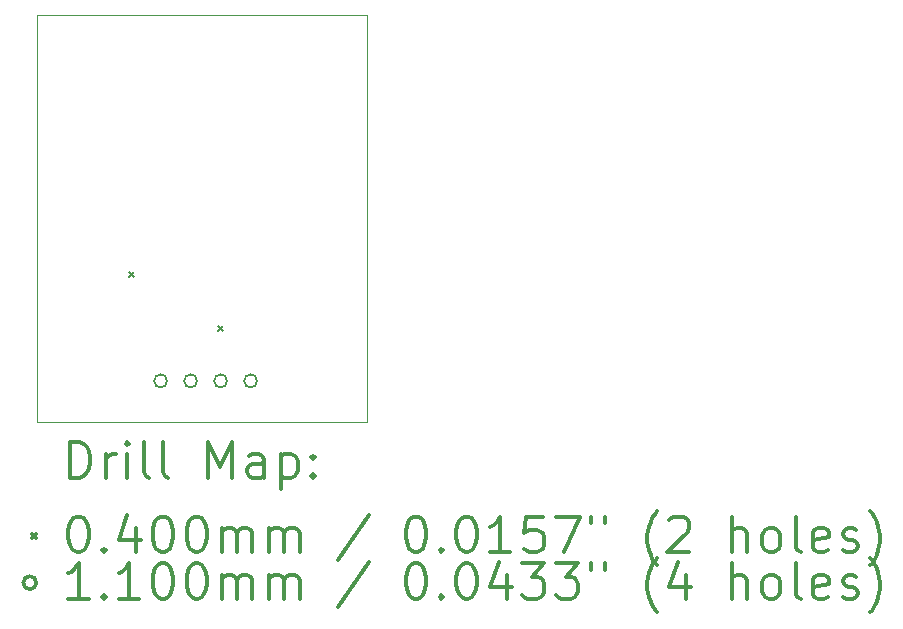
<source format=gbr>
%FSLAX45Y45*%
G04 Gerber Fmt 4.5, Leading zero omitted, Abs format (unit mm)*
G04 Created by KiCad (PCBNEW (5.1.12)-1) date 2022-08-18 11:38:49*
%MOMM*%
%LPD*%
G01*
G04 APERTURE LIST*
%TA.AperFunction,Profile*%
%ADD10C,0.050000*%
%TD*%
%ADD11C,0.200000*%
%ADD12C,0.300000*%
G04 APERTURE END LIST*
D10*
X8950000Y-8350000D02*
X11750000Y-8350000D01*
X8950000Y-4900000D02*
X8950000Y-8350000D01*
X11750000Y-4900000D02*
X8950000Y-4900000D01*
X11750000Y-8350000D02*
X11750000Y-4900000D01*
D11*
X9731265Y-7078733D02*
X9771265Y-7118733D01*
X9771265Y-7078733D02*
X9731265Y-7118733D01*
X10488000Y-7538000D02*
X10528000Y-7578000D01*
X10528000Y-7538000D02*
X10488000Y-7578000D01*
X10055000Y-8000000D02*
G75*
G03*
X10055000Y-8000000I-55000J0D01*
G01*
X10309000Y-8000000D02*
G75*
G03*
X10309000Y-8000000I-55000J0D01*
G01*
X10563000Y-8000000D02*
G75*
G03*
X10563000Y-8000000I-55000J0D01*
G01*
X10817000Y-8000000D02*
G75*
G03*
X10817000Y-8000000I-55000J0D01*
G01*
D12*
X9233928Y-8818214D02*
X9233928Y-8518214D01*
X9305357Y-8518214D01*
X9348214Y-8532500D01*
X9376786Y-8561072D01*
X9391071Y-8589643D01*
X9405357Y-8646786D01*
X9405357Y-8689643D01*
X9391071Y-8746786D01*
X9376786Y-8775357D01*
X9348214Y-8803929D01*
X9305357Y-8818214D01*
X9233928Y-8818214D01*
X9533928Y-8818214D02*
X9533928Y-8618214D01*
X9533928Y-8675357D02*
X9548214Y-8646786D01*
X9562500Y-8632500D01*
X9591071Y-8618214D01*
X9619643Y-8618214D01*
X9719643Y-8818214D02*
X9719643Y-8618214D01*
X9719643Y-8518214D02*
X9705357Y-8532500D01*
X9719643Y-8546786D01*
X9733928Y-8532500D01*
X9719643Y-8518214D01*
X9719643Y-8546786D01*
X9905357Y-8818214D02*
X9876786Y-8803929D01*
X9862500Y-8775357D01*
X9862500Y-8518214D01*
X10062500Y-8818214D02*
X10033928Y-8803929D01*
X10019643Y-8775357D01*
X10019643Y-8518214D01*
X10405357Y-8818214D02*
X10405357Y-8518214D01*
X10505357Y-8732500D01*
X10605357Y-8518214D01*
X10605357Y-8818214D01*
X10876786Y-8818214D02*
X10876786Y-8661072D01*
X10862500Y-8632500D01*
X10833928Y-8618214D01*
X10776786Y-8618214D01*
X10748214Y-8632500D01*
X10876786Y-8803929D02*
X10848214Y-8818214D01*
X10776786Y-8818214D01*
X10748214Y-8803929D01*
X10733928Y-8775357D01*
X10733928Y-8746786D01*
X10748214Y-8718214D01*
X10776786Y-8703929D01*
X10848214Y-8703929D01*
X10876786Y-8689643D01*
X11019643Y-8618214D02*
X11019643Y-8918214D01*
X11019643Y-8632500D02*
X11048214Y-8618214D01*
X11105357Y-8618214D01*
X11133928Y-8632500D01*
X11148214Y-8646786D01*
X11162500Y-8675357D01*
X11162500Y-8761072D01*
X11148214Y-8789643D01*
X11133928Y-8803929D01*
X11105357Y-8818214D01*
X11048214Y-8818214D01*
X11019643Y-8803929D01*
X11291071Y-8789643D02*
X11305357Y-8803929D01*
X11291071Y-8818214D01*
X11276786Y-8803929D01*
X11291071Y-8789643D01*
X11291071Y-8818214D01*
X11291071Y-8632500D02*
X11305357Y-8646786D01*
X11291071Y-8661072D01*
X11276786Y-8646786D01*
X11291071Y-8632500D01*
X11291071Y-8661072D01*
X8907500Y-9292500D02*
X8947500Y-9332500D01*
X8947500Y-9292500D02*
X8907500Y-9332500D01*
X9291071Y-9148214D02*
X9319643Y-9148214D01*
X9348214Y-9162500D01*
X9362500Y-9176786D01*
X9376786Y-9205357D01*
X9391071Y-9262500D01*
X9391071Y-9333929D01*
X9376786Y-9391072D01*
X9362500Y-9419643D01*
X9348214Y-9433929D01*
X9319643Y-9448214D01*
X9291071Y-9448214D01*
X9262500Y-9433929D01*
X9248214Y-9419643D01*
X9233928Y-9391072D01*
X9219643Y-9333929D01*
X9219643Y-9262500D01*
X9233928Y-9205357D01*
X9248214Y-9176786D01*
X9262500Y-9162500D01*
X9291071Y-9148214D01*
X9519643Y-9419643D02*
X9533928Y-9433929D01*
X9519643Y-9448214D01*
X9505357Y-9433929D01*
X9519643Y-9419643D01*
X9519643Y-9448214D01*
X9791071Y-9248214D02*
X9791071Y-9448214D01*
X9719643Y-9133929D02*
X9648214Y-9348214D01*
X9833928Y-9348214D01*
X10005357Y-9148214D02*
X10033928Y-9148214D01*
X10062500Y-9162500D01*
X10076786Y-9176786D01*
X10091071Y-9205357D01*
X10105357Y-9262500D01*
X10105357Y-9333929D01*
X10091071Y-9391072D01*
X10076786Y-9419643D01*
X10062500Y-9433929D01*
X10033928Y-9448214D01*
X10005357Y-9448214D01*
X9976786Y-9433929D01*
X9962500Y-9419643D01*
X9948214Y-9391072D01*
X9933928Y-9333929D01*
X9933928Y-9262500D01*
X9948214Y-9205357D01*
X9962500Y-9176786D01*
X9976786Y-9162500D01*
X10005357Y-9148214D01*
X10291071Y-9148214D02*
X10319643Y-9148214D01*
X10348214Y-9162500D01*
X10362500Y-9176786D01*
X10376786Y-9205357D01*
X10391071Y-9262500D01*
X10391071Y-9333929D01*
X10376786Y-9391072D01*
X10362500Y-9419643D01*
X10348214Y-9433929D01*
X10319643Y-9448214D01*
X10291071Y-9448214D01*
X10262500Y-9433929D01*
X10248214Y-9419643D01*
X10233928Y-9391072D01*
X10219643Y-9333929D01*
X10219643Y-9262500D01*
X10233928Y-9205357D01*
X10248214Y-9176786D01*
X10262500Y-9162500D01*
X10291071Y-9148214D01*
X10519643Y-9448214D02*
X10519643Y-9248214D01*
X10519643Y-9276786D02*
X10533928Y-9262500D01*
X10562500Y-9248214D01*
X10605357Y-9248214D01*
X10633928Y-9262500D01*
X10648214Y-9291072D01*
X10648214Y-9448214D01*
X10648214Y-9291072D02*
X10662500Y-9262500D01*
X10691071Y-9248214D01*
X10733928Y-9248214D01*
X10762500Y-9262500D01*
X10776786Y-9291072D01*
X10776786Y-9448214D01*
X10919643Y-9448214D02*
X10919643Y-9248214D01*
X10919643Y-9276786D02*
X10933928Y-9262500D01*
X10962500Y-9248214D01*
X11005357Y-9248214D01*
X11033928Y-9262500D01*
X11048214Y-9291072D01*
X11048214Y-9448214D01*
X11048214Y-9291072D02*
X11062500Y-9262500D01*
X11091071Y-9248214D01*
X11133928Y-9248214D01*
X11162500Y-9262500D01*
X11176786Y-9291072D01*
X11176786Y-9448214D01*
X11762500Y-9133929D02*
X11505357Y-9519643D01*
X12148214Y-9148214D02*
X12176786Y-9148214D01*
X12205357Y-9162500D01*
X12219643Y-9176786D01*
X12233928Y-9205357D01*
X12248214Y-9262500D01*
X12248214Y-9333929D01*
X12233928Y-9391072D01*
X12219643Y-9419643D01*
X12205357Y-9433929D01*
X12176786Y-9448214D01*
X12148214Y-9448214D01*
X12119643Y-9433929D01*
X12105357Y-9419643D01*
X12091071Y-9391072D01*
X12076786Y-9333929D01*
X12076786Y-9262500D01*
X12091071Y-9205357D01*
X12105357Y-9176786D01*
X12119643Y-9162500D01*
X12148214Y-9148214D01*
X12376786Y-9419643D02*
X12391071Y-9433929D01*
X12376786Y-9448214D01*
X12362500Y-9433929D01*
X12376786Y-9419643D01*
X12376786Y-9448214D01*
X12576786Y-9148214D02*
X12605357Y-9148214D01*
X12633928Y-9162500D01*
X12648214Y-9176786D01*
X12662500Y-9205357D01*
X12676786Y-9262500D01*
X12676786Y-9333929D01*
X12662500Y-9391072D01*
X12648214Y-9419643D01*
X12633928Y-9433929D01*
X12605357Y-9448214D01*
X12576786Y-9448214D01*
X12548214Y-9433929D01*
X12533928Y-9419643D01*
X12519643Y-9391072D01*
X12505357Y-9333929D01*
X12505357Y-9262500D01*
X12519643Y-9205357D01*
X12533928Y-9176786D01*
X12548214Y-9162500D01*
X12576786Y-9148214D01*
X12962500Y-9448214D02*
X12791071Y-9448214D01*
X12876786Y-9448214D02*
X12876786Y-9148214D01*
X12848214Y-9191072D01*
X12819643Y-9219643D01*
X12791071Y-9233929D01*
X13233928Y-9148214D02*
X13091071Y-9148214D01*
X13076786Y-9291072D01*
X13091071Y-9276786D01*
X13119643Y-9262500D01*
X13191071Y-9262500D01*
X13219643Y-9276786D01*
X13233928Y-9291072D01*
X13248214Y-9319643D01*
X13248214Y-9391072D01*
X13233928Y-9419643D01*
X13219643Y-9433929D01*
X13191071Y-9448214D01*
X13119643Y-9448214D01*
X13091071Y-9433929D01*
X13076786Y-9419643D01*
X13348214Y-9148214D02*
X13548214Y-9148214D01*
X13419643Y-9448214D01*
X13648214Y-9148214D02*
X13648214Y-9205357D01*
X13762500Y-9148214D02*
X13762500Y-9205357D01*
X14205357Y-9562500D02*
X14191071Y-9548214D01*
X14162500Y-9505357D01*
X14148214Y-9476786D01*
X14133928Y-9433929D01*
X14119643Y-9362500D01*
X14119643Y-9305357D01*
X14133928Y-9233929D01*
X14148214Y-9191072D01*
X14162500Y-9162500D01*
X14191071Y-9119643D01*
X14205357Y-9105357D01*
X14305357Y-9176786D02*
X14319643Y-9162500D01*
X14348214Y-9148214D01*
X14419643Y-9148214D01*
X14448214Y-9162500D01*
X14462500Y-9176786D01*
X14476786Y-9205357D01*
X14476786Y-9233929D01*
X14462500Y-9276786D01*
X14291071Y-9448214D01*
X14476786Y-9448214D01*
X14833928Y-9448214D02*
X14833928Y-9148214D01*
X14962500Y-9448214D02*
X14962500Y-9291072D01*
X14948214Y-9262500D01*
X14919643Y-9248214D01*
X14876786Y-9248214D01*
X14848214Y-9262500D01*
X14833928Y-9276786D01*
X15148214Y-9448214D02*
X15119643Y-9433929D01*
X15105357Y-9419643D01*
X15091071Y-9391072D01*
X15091071Y-9305357D01*
X15105357Y-9276786D01*
X15119643Y-9262500D01*
X15148214Y-9248214D01*
X15191071Y-9248214D01*
X15219643Y-9262500D01*
X15233928Y-9276786D01*
X15248214Y-9305357D01*
X15248214Y-9391072D01*
X15233928Y-9419643D01*
X15219643Y-9433929D01*
X15191071Y-9448214D01*
X15148214Y-9448214D01*
X15419643Y-9448214D02*
X15391071Y-9433929D01*
X15376786Y-9405357D01*
X15376786Y-9148214D01*
X15648214Y-9433929D02*
X15619643Y-9448214D01*
X15562500Y-9448214D01*
X15533928Y-9433929D01*
X15519643Y-9405357D01*
X15519643Y-9291072D01*
X15533928Y-9262500D01*
X15562500Y-9248214D01*
X15619643Y-9248214D01*
X15648214Y-9262500D01*
X15662500Y-9291072D01*
X15662500Y-9319643D01*
X15519643Y-9348214D01*
X15776786Y-9433929D02*
X15805357Y-9448214D01*
X15862500Y-9448214D01*
X15891071Y-9433929D01*
X15905357Y-9405357D01*
X15905357Y-9391072D01*
X15891071Y-9362500D01*
X15862500Y-9348214D01*
X15819643Y-9348214D01*
X15791071Y-9333929D01*
X15776786Y-9305357D01*
X15776786Y-9291072D01*
X15791071Y-9262500D01*
X15819643Y-9248214D01*
X15862500Y-9248214D01*
X15891071Y-9262500D01*
X16005357Y-9562500D02*
X16019643Y-9548214D01*
X16048214Y-9505357D01*
X16062500Y-9476786D01*
X16076786Y-9433929D01*
X16091071Y-9362500D01*
X16091071Y-9305357D01*
X16076786Y-9233929D01*
X16062500Y-9191072D01*
X16048214Y-9162500D01*
X16019643Y-9119643D01*
X16005357Y-9105357D01*
X8947500Y-9708500D02*
G75*
G03*
X8947500Y-9708500I-55000J0D01*
G01*
X9391071Y-9844214D02*
X9219643Y-9844214D01*
X9305357Y-9844214D02*
X9305357Y-9544214D01*
X9276786Y-9587072D01*
X9248214Y-9615643D01*
X9219643Y-9629929D01*
X9519643Y-9815643D02*
X9533928Y-9829929D01*
X9519643Y-9844214D01*
X9505357Y-9829929D01*
X9519643Y-9815643D01*
X9519643Y-9844214D01*
X9819643Y-9844214D02*
X9648214Y-9844214D01*
X9733928Y-9844214D02*
X9733928Y-9544214D01*
X9705357Y-9587072D01*
X9676786Y-9615643D01*
X9648214Y-9629929D01*
X10005357Y-9544214D02*
X10033928Y-9544214D01*
X10062500Y-9558500D01*
X10076786Y-9572786D01*
X10091071Y-9601357D01*
X10105357Y-9658500D01*
X10105357Y-9729929D01*
X10091071Y-9787072D01*
X10076786Y-9815643D01*
X10062500Y-9829929D01*
X10033928Y-9844214D01*
X10005357Y-9844214D01*
X9976786Y-9829929D01*
X9962500Y-9815643D01*
X9948214Y-9787072D01*
X9933928Y-9729929D01*
X9933928Y-9658500D01*
X9948214Y-9601357D01*
X9962500Y-9572786D01*
X9976786Y-9558500D01*
X10005357Y-9544214D01*
X10291071Y-9544214D02*
X10319643Y-9544214D01*
X10348214Y-9558500D01*
X10362500Y-9572786D01*
X10376786Y-9601357D01*
X10391071Y-9658500D01*
X10391071Y-9729929D01*
X10376786Y-9787072D01*
X10362500Y-9815643D01*
X10348214Y-9829929D01*
X10319643Y-9844214D01*
X10291071Y-9844214D01*
X10262500Y-9829929D01*
X10248214Y-9815643D01*
X10233928Y-9787072D01*
X10219643Y-9729929D01*
X10219643Y-9658500D01*
X10233928Y-9601357D01*
X10248214Y-9572786D01*
X10262500Y-9558500D01*
X10291071Y-9544214D01*
X10519643Y-9844214D02*
X10519643Y-9644214D01*
X10519643Y-9672786D02*
X10533928Y-9658500D01*
X10562500Y-9644214D01*
X10605357Y-9644214D01*
X10633928Y-9658500D01*
X10648214Y-9687072D01*
X10648214Y-9844214D01*
X10648214Y-9687072D02*
X10662500Y-9658500D01*
X10691071Y-9644214D01*
X10733928Y-9644214D01*
X10762500Y-9658500D01*
X10776786Y-9687072D01*
X10776786Y-9844214D01*
X10919643Y-9844214D02*
X10919643Y-9644214D01*
X10919643Y-9672786D02*
X10933928Y-9658500D01*
X10962500Y-9644214D01*
X11005357Y-9644214D01*
X11033928Y-9658500D01*
X11048214Y-9687072D01*
X11048214Y-9844214D01*
X11048214Y-9687072D02*
X11062500Y-9658500D01*
X11091071Y-9644214D01*
X11133928Y-9644214D01*
X11162500Y-9658500D01*
X11176786Y-9687072D01*
X11176786Y-9844214D01*
X11762500Y-9529929D02*
X11505357Y-9915643D01*
X12148214Y-9544214D02*
X12176786Y-9544214D01*
X12205357Y-9558500D01*
X12219643Y-9572786D01*
X12233928Y-9601357D01*
X12248214Y-9658500D01*
X12248214Y-9729929D01*
X12233928Y-9787072D01*
X12219643Y-9815643D01*
X12205357Y-9829929D01*
X12176786Y-9844214D01*
X12148214Y-9844214D01*
X12119643Y-9829929D01*
X12105357Y-9815643D01*
X12091071Y-9787072D01*
X12076786Y-9729929D01*
X12076786Y-9658500D01*
X12091071Y-9601357D01*
X12105357Y-9572786D01*
X12119643Y-9558500D01*
X12148214Y-9544214D01*
X12376786Y-9815643D02*
X12391071Y-9829929D01*
X12376786Y-9844214D01*
X12362500Y-9829929D01*
X12376786Y-9815643D01*
X12376786Y-9844214D01*
X12576786Y-9544214D02*
X12605357Y-9544214D01*
X12633928Y-9558500D01*
X12648214Y-9572786D01*
X12662500Y-9601357D01*
X12676786Y-9658500D01*
X12676786Y-9729929D01*
X12662500Y-9787072D01*
X12648214Y-9815643D01*
X12633928Y-9829929D01*
X12605357Y-9844214D01*
X12576786Y-9844214D01*
X12548214Y-9829929D01*
X12533928Y-9815643D01*
X12519643Y-9787072D01*
X12505357Y-9729929D01*
X12505357Y-9658500D01*
X12519643Y-9601357D01*
X12533928Y-9572786D01*
X12548214Y-9558500D01*
X12576786Y-9544214D01*
X12933928Y-9644214D02*
X12933928Y-9844214D01*
X12862500Y-9529929D02*
X12791071Y-9744214D01*
X12976786Y-9744214D01*
X13062500Y-9544214D02*
X13248214Y-9544214D01*
X13148214Y-9658500D01*
X13191071Y-9658500D01*
X13219643Y-9672786D01*
X13233928Y-9687072D01*
X13248214Y-9715643D01*
X13248214Y-9787072D01*
X13233928Y-9815643D01*
X13219643Y-9829929D01*
X13191071Y-9844214D01*
X13105357Y-9844214D01*
X13076786Y-9829929D01*
X13062500Y-9815643D01*
X13348214Y-9544214D02*
X13533928Y-9544214D01*
X13433928Y-9658500D01*
X13476786Y-9658500D01*
X13505357Y-9672786D01*
X13519643Y-9687072D01*
X13533928Y-9715643D01*
X13533928Y-9787072D01*
X13519643Y-9815643D01*
X13505357Y-9829929D01*
X13476786Y-9844214D01*
X13391071Y-9844214D01*
X13362500Y-9829929D01*
X13348214Y-9815643D01*
X13648214Y-9544214D02*
X13648214Y-9601357D01*
X13762500Y-9544214D02*
X13762500Y-9601357D01*
X14205357Y-9958500D02*
X14191071Y-9944214D01*
X14162500Y-9901357D01*
X14148214Y-9872786D01*
X14133928Y-9829929D01*
X14119643Y-9758500D01*
X14119643Y-9701357D01*
X14133928Y-9629929D01*
X14148214Y-9587072D01*
X14162500Y-9558500D01*
X14191071Y-9515643D01*
X14205357Y-9501357D01*
X14448214Y-9644214D02*
X14448214Y-9844214D01*
X14376786Y-9529929D02*
X14305357Y-9744214D01*
X14491071Y-9744214D01*
X14833928Y-9844214D02*
X14833928Y-9544214D01*
X14962500Y-9844214D02*
X14962500Y-9687072D01*
X14948214Y-9658500D01*
X14919643Y-9644214D01*
X14876786Y-9644214D01*
X14848214Y-9658500D01*
X14833928Y-9672786D01*
X15148214Y-9844214D02*
X15119643Y-9829929D01*
X15105357Y-9815643D01*
X15091071Y-9787072D01*
X15091071Y-9701357D01*
X15105357Y-9672786D01*
X15119643Y-9658500D01*
X15148214Y-9644214D01*
X15191071Y-9644214D01*
X15219643Y-9658500D01*
X15233928Y-9672786D01*
X15248214Y-9701357D01*
X15248214Y-9787072D01*
X15233928Y-9815643D01*
X15219643Y-9829929D01*
X15191071Y-9844214D01*
X15148214Y-9844214D01*
X15419643Y-9844214D02*
X15391071Y-9829929D01*
X15376786Y-9801357D01*
X15376786Y-9544214D01*
X15648214Y-9829929D02*
X15619643Y-9844214D01*
X15562500Y-9844214D01*
X15533928Y-9829929D01*
X15519643Y-9801357D01*
X15519643Y-9687072D01*
X15533928Y-9658500D01*
X15562500Y-9644214D01*
X15619643Y-9644214D01*
X15648214Y-9658500D01*
X15662500Y-9687072D01*
X15662500Y-9715643D01*
X15519643Y-9744214D01*
X15776786Y-9829929D02*
X15805357Y-9844214D01*
X15862500Y-9844214D01*
X15891071Y-9829929D01*
X15905357Y-9801357D01*
X15905357Y-9787072D01*
X15891071Y-9758500D01*
X15862500Y-9744214D01*
X15819643Y-9744214D01*
X15791071Y-9729929D01*
X15776786Y-9701357D01*
X15776786Y-9687072D01*
X15791071Y-9658500D01*
X15819643Y-9644214D01*
X15862500Y-9644214D01*
X15891071Y-9658500D01*
X16005357Y-9958500D02*
X16019643Y-9944214D01*
X16048214Y-9901357D01*
X16062500Y-9872786D01*
X16076786Y-9829929D01*
X16091071Y-9758500D01*
X16091071Y-9701357D01*
X16076786Y-9629929D01*
X16062500Y-9587072D01*
X16048214Y-9558500D01*
X16019643Y-9515643D01*
X16005357Y-9501357D01*
M02*

</source>
